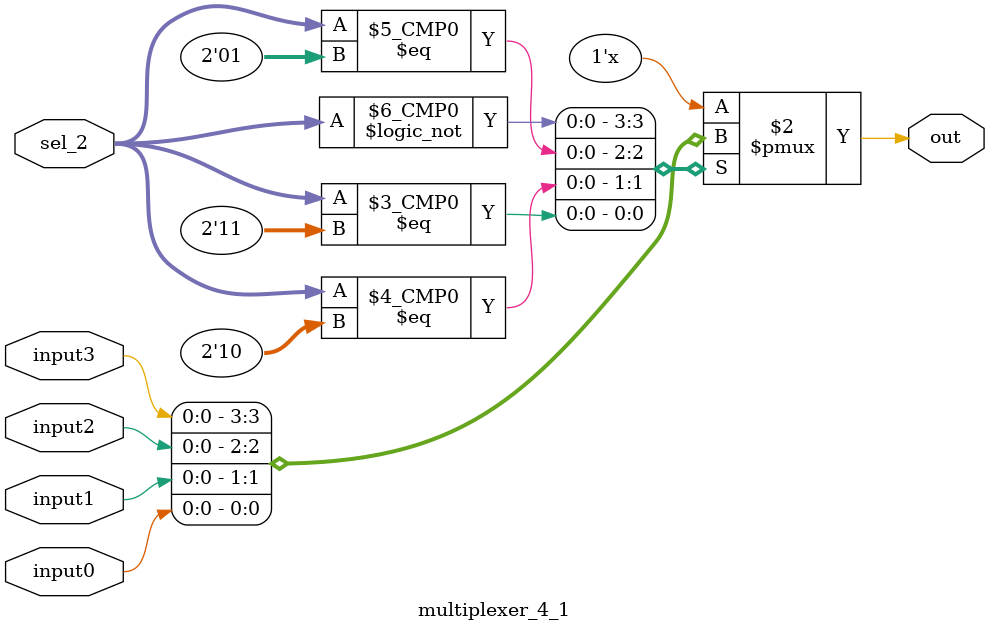
<source format=v>
module multiplexer_4_1
(
	input input0, // input 1 pin
	input input1, // input 1 pin
	input input2, // input 1 pin
	input input3, // input 1 pin
	input [1:0] sel_2, // select bus
	output reg out // output pin
);
	always @(*)
	begin
		// inverted logic => input pin are in reverse order
		case (sel_2)
			2'b00:
				out = input3;
			2'b01:
				out = input2;
			2'b10:
				out = input1;
			2'b11:
				out = input0;
		endcase
	end
endmodule

</source>
